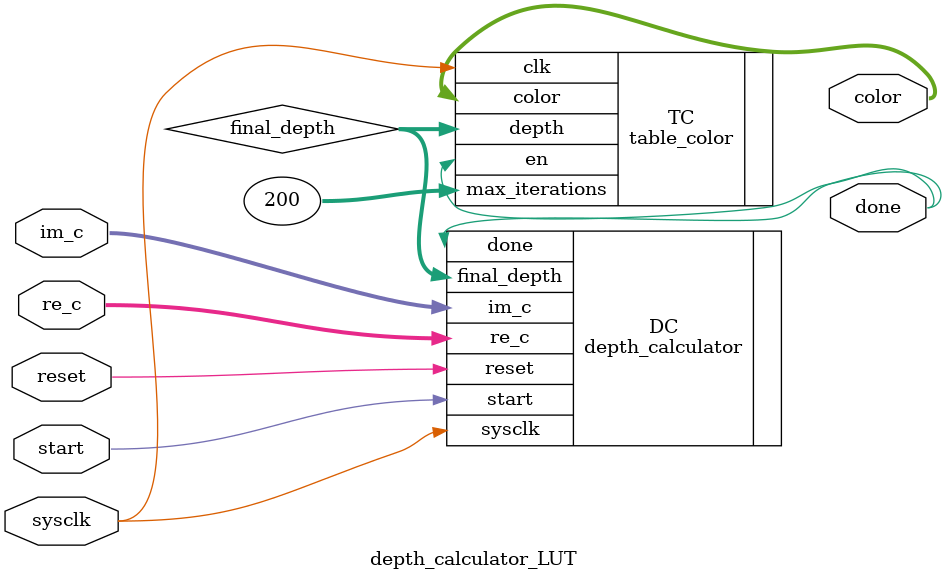
<source format=sv>
module depth_calculator_LUT#(
	// verilator lint_off UNUSED
	parameter FRAC = 60,
	parameter WORD_LENGTH = 64
	// verilator lint_on UNUSED
)(
	input logic sysclk, start, reset,
	// verilator lint_off UNUSED
    //input logic [10:0]        x,
   //
    //input logic [10:0]        y,
 	// verilator lint_on UNUSED
    input logic [WORD_LENGTH-1:0]       re_c,
    input logic [WORD_LENGTH-1:0]       im_c,
	output logic [23:0] color,
	output logic done
);
logic [9:0]       final_depth;
//logic             done;
//logic [23:0]	color;
depth_calculator #(.FRAC(FRAC),.WORD_LENGTH(WORD_LENGTH)) DC(.sysclk(sysclk),.start(start),.reset(reset),.re_c(re_c),.im_c(im_c),.final_depth(final_depth),.done(done));
table_color TC(.depth(final_depth),.max_iterations(200),.clk(sysclk),.en(done), .color(color));
endmodule

</source>
